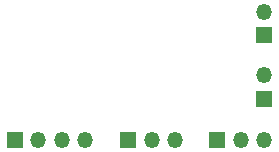
<source format=gbr>
%TF.GenerationSoftware,KiCad,Pcbnew,7.0.5*%
%TF.CreationDate,2023-08-11T08:16:59+02:00*%
%TF.ProjectId,FiresportTimer,46697265-7370-46f7-9274-54696d65722e,rev?*%
%TF.SameCoordinates,Original*%
%TF.FileFunction,Soldermask,Bot*%
%TF.FilePolarity,Negative*%
%FSLAX46Y46*%
G04 Gerber Fmt 4.6, Leading zero omitted, Abs format (unit mm)*
G04 Created by KiCad (PCBNEW 7.0.5) date 2023-08-11 08:16:59*
%MOMM*%
%LPD*%
G01*
G04 APERTURE LIST*
%ADD10R,1.350000X1.350000*%
%ADD11O,1.350000X1.350000*%
G04 APERTURE END LIST*
D10*
%TO.C,CON_LED_L1*%
X173355000Y-67580000D03*
D11*
X173355000Y-65580000D03*
%TD*%
D10*
%TO.C,CON_OUT1*%
X152210000Y-71120000D03*
D11*
X154210000Y-71120000D03*
X156210000Y-71120000D03*
X158210000Y-71120000D03*
%TD*%
D10*
%TO.C,CON_HAL_L1*%
X169355000Y-71120000D03*
D11*
X171355000Y-71120000D03*
X173355000Y-71120000D03*
%TD*%
D10*
%TO.C,CON_LED_R1*%
X173355000Y-62230000D03*
D11*
X173355000Y-60230000D03*
%TD*%
D10*
%TO.C,CON_HAL_R1*%
X161830000Y-71120000D03*
D11*
X163830000Y-71120000D03*
X165830000Y-71120000D03*
%TD*%
M02*

</source>
